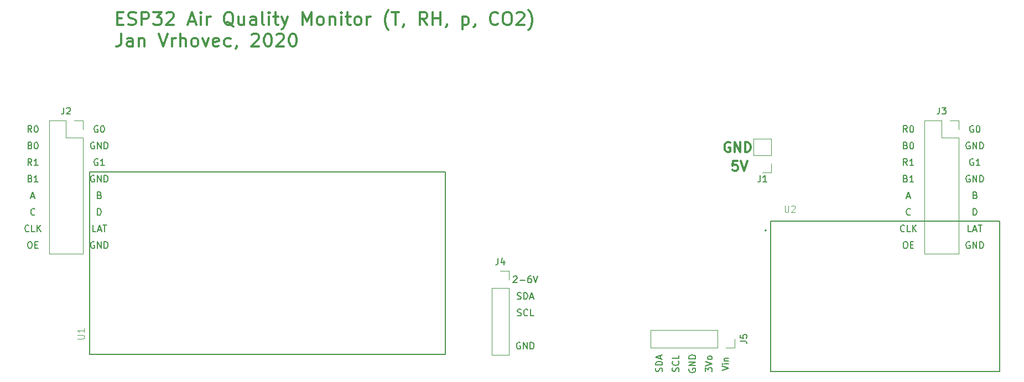
<source format=gbr>
G04 #@! TF.GenerationSoftware,KiCad,Pcbnew,5.1.9*
G04 #@! TF.CreationDate,2020-12-27T16:17:09+01:00*
G04 #@! TF.ProjectId,esp32_air_monitor,65737033-325f-4616-9972-5f6d6f6e6974,0.1*
G04 #@! TF.SameCoordinates,Original*
G04 #@! TF.FileFunction,Legend,Top*
G04 #@! TF.FilePolarity,Positive*
%FSLAX46Y46*%
G04 Gerber Fmt 4.6, Leading zero omitted, Abs format (unit mm)*
G04 Created by KiCad (PCBNEW 5.1.9) date 2020-12-27 16:17:09*
%MOMM*%
%LPD*%
G01*
G04 APERTURE LIST*
%ADD10C,0.300000*%
%ADD11C,0.127000*%
%ADD12C,0.200000*%
%ADD13C,0.120000*%
%ADD14C,0.015000*%
%ADD15C,0.150000*%
G04 APERTURE END LIST*
D10*
X85171190Y-76407142D02*
X85837857Y-76407142D01*
X86123571Y-77454761D02*
X85171190Y-77454761D01*
X85171190Y-75454761D01*
X86123571Y-75454761D01*
X86885476Y-77359523D02*
X87171190Y-77454761D01*
X87647380Y-77454761D01*
X87837857Y-77359523D01*
X87933095Y-77264285D01*
X88028333Y-77073809D01*
X88028333Y-76883333D01*
X87933095Y-76692857D01*
X87837857Y-76597619D01*
X87647380Y-76502380D01*
X87266428Y-76407142D01*
X87075952Y-76311904D01*
X86980714Y-76216666D01*
X86885476Y-76026190D01*
X86885476Y-75835714D01*
X86980714Y-75645238D01*
X87075952Y-75550000D01*
X87266428Y-75454761D01*
X87742619Y-75454761D01*
X88028333Y-75550000D01*
X88885476Y-77454761D02*
X88885476Y-75454761D01*
X89647380Y-75454761D01*
X89837857Y-75550000D01*
X89933095Y-75645238D01*
X90028333Y-75835714D01*
X90028333Y-76121428D01*
X89933095Y-76311904D01*
X89837857Y-76407142D01*
X89647380Y-76502380D01*
X88885476Y-76502380D01*
X90695000Y-75454761D02*
X91933095Y-75454761D01*
X91266428Y-76216666D01*
X91552142Y-76216666D01*
X91742619Y-76311904D01*
X91837857Y-76407142D01*
X91933095Y-76597619D01*
X91933095Y-77073809D01*
X91837857Y-77264285D01*
X91742619Y-77359523D01*
X91552142Y-77454761D01*
X90980714Y-77454761D01*
X90790238Y-77359523D01*
X90695000Y-77264285D01*
X92695000Y-75645238D02*
X92790238Y-75550000D01*
X92980714Y-75454761D01*
X93456904Y-75454761D01*
X93647380Y-75550000D01*
X93742619Y-75645238D01*
X93837857Y-75835714D01*
X93837857Y-76026190D01*
X93742619Y-76311904D01*
X92599761Y-77454761D01*
X93837857Y-77454761D01*
X96123571Y-76883333D02*
X97075952Y-76883333D01*
X95933095Y-77454761D02*
X96599761Y-75454761D01*
X97266428Y-77454761D01*
X97933095Y-77454761D02*
X97933095Y-76121428D01*
X97933095Y-75454761D02*
X97837857Y-75550000D01*
X97933095Y-75645238D01*
X98028333Y-75550000D01*
X97933095Y-75454761D01*
X97933095Y-75645238D01*
X98885476Y-77454761D02*
X98885476Y-76121428D01*
X98885476Y-76502380D02*
X98980714Y-76311904D01*
X99075952Y-76216666D01*
X99266428Y-76121428D01*
X99456904Y-76121428D01*
X102980714Y-77645238D02*
X102790238Y-77550000D01*
X102599761Y-77359523D01*
X102314047Y-77073809D01*
X102123571Y-76978571D01*
X101933095Y-76978571D01*
X102028333Y-77454761D02*
X101837857Y-77359523D01*
X101647380Y-77169047D01*
X101552142Y-76788095D01*
X101552142Y-76121428D01*
X101647380Y-75740476D01*
X101837857Y-75550000D01*
X102028333Y-75454761D01*
X102409285Y-75454761D01*
X102599761Y-75550000D01*
X102790238Y-75740476D01*
X102885476Y-76121428D01*
X102885476Y-76788095D01*
X102790238Y-77169047D01*
X102599761Y-77359523D01*
X102409285Y-77454761D01*
X102028333Y-77454761D01*
X104599761Y-76121428D02*
X104599761Y-77454761D01*
X103742619Y-76121428D02*
X103742619Y-77169047D01*
X103837857Y-77359523D01*
X104028333Y-77454761D01*
X104314047Y-77454761D01*
X104504523Y-77359523D01*
X104599761Y-77264285D01*
X106409285Y-77454761D02*
X106409285Y-76407142D01*
X106314047Y-76216666D01*
X106123571Y-76121428D01*
X105742619Y-76121428D01*
X105552142Y-76216666D01*
X106409285Y-77359523D02*
X106218809Y-77454761D01*
X105742619Y-77454761D01*
X105552142Y-77359523D01*
X105456904Y-77169047D01*
X105456904Y-76978571D01*
X105552142Y-76788095D01*
X105742619Y-76692857D01*
X106218809Y-76692857D01*
X106409285Y-76597619D01*
X107647380Y-77454761D02*
X107456904Y-77359523D01*
X107361666Y-77169047D01*
X107361666Y-75454761D01*
X108409285Y-77454761D02*
X108409285Y-76121428D01*
X108409285Y-75454761D02*
X108314047Y-75550000D01*
X108409285Y-75645238D01*
X108504523Y-75550000D01*
X108409285Y-75454761D01*
X108409285Y-75645238D01*
X109075952Y-76121428D02*
X109837857Y-76121428D01*
X109361666Y-75454761D02*
X109361666Y-77169047D01*
X109456904Y-77359523D01*
X109647380Y-77454761D01*
X109837857Y-77454761D01*
X110314047Y-76121428D02*
X110790238Y-77454761D01*
X111266428Y-76121428D02*
X110790238Y-77454761D01*
X110599761Y-77930952D01*
X110504523Y-78026190D01*
X110314047Y-78121428D01*
X113552142Y-77454761D02*
X113552142Y-75454761D01*
X114218809Y-76883333D01*
X114885476Y-75454761D01*
X114885476Y-77454761D01*
X116123571Y-77454761D02*
X115933095Y-77359523D01*
X115837857Y-77264285D01*
X115742619Y-77073809D01*
X115742619Y-76502380D01*
X115837857Y-76311904D01*
X115933095Y-76216666D01*
X116123571Y-76121428D01*
X116409285Y-76121428D01*
X116599761Y-76216666D01*
X116695000Y-76311904D01*
X116790238Y-76502380D01*
X116790238Y-77073809D01*
X116695000Y-77264285D01*
X116599761Y-77359523D01*
X116409285Y-77454761D01*
X116123571Y-77454761D01*
X117647380Y-76121428D02*
X117647380Y-77454761D01*
X117647380Y-76311904D02*
X117742619Y-76216666D01*
X117933095Y-76121428D01*
X118218809Y-76121428D01*
X118409285Y-76216666D01*
X118504523Y-76407142D01*
X118504523Y-77454761D01*
X119456904Y-77454761D02*
X119456904Y-76121428D01*
X119456904Y-75454761D02*
X119361666Y-75550000D01*
X119456904Y-75645238D01*
X119552142Y-75550000D01*
X119456904Y-75454761D01*
X119456904Y-75645238D01*
X120123571Y-76121428D02*
X120885476Y-76121428D01*
X120409285Y-75454761D02*
X120409285Y-77169047D01*
X120504523Y-77359523D01*
X120695000Y-77454761D01*
X120885476Y-77454761D01*
X121837857Y-77454761D02*
X121647380Y-77359523D01*
X121552142Y-77264285D01*
X121456904Y-77073809D01*
X121456904Y-76502380D01*
X121552142Y-76311904D01*
X121647380Y-76216666D01*
X121837857Y-76121428D01*
X122123571Y-76121428D01*
X122314047Y-76216666D01*
X122409285Y-76311904D01*
X122504523Y-76502380D01*
X122504523Y-77073809D01*
X122409285Y-77264285D01*
X122314047Y-77359523D01*
X122123571Y-77454761D01*
X121837857Y-77454761D01*
X123361666Y-77454761D02*
X123361666Y-76121428D01*
X123361666Y-76502380D02*
X123456904Y-76311904D01*
X123552142Y-76216666D01*
X123742619Y-76121428D01*
X123933095Y-76121428D01*
X126695000Y-78216666D02*
X126599761Y-78121428D01*
X126409285Y-77835714D01*
X126314047Y-77645238D01*
X126218809Y-77359523D01*
X126123571Y-76883333D01*
X126123571Y-76502380D01*
X126218809Y-76026190D01*
X126314047Y-75740476D01*
X126409285Y-75550000D01*
X126599761Y-75264285D01*
X126695000Y-75169047D01*
X127171190Y-75454761D02*
X128314047Y-75454761D01*
X127742619Y-77454761D02*
X127742619Y-75454761D01*
X129075952Y-77359523D02*
X129075952Y-77454761D01*
X128980714Y-77645238D01*
X128885476Y-77740476D01*
X132599761Y-77454761D02*
X131933095Y-76502380D01*
X131456904Y-77454761D02*
X131456904Y-75454761D01*
X132218809Y-75454761D01*
X132409285Y-75550000D01*
X132504523Y-75645238D01*
X132599761Y-75835714D01*
X132599761Y-76121428D01*
X132504523Y-76311904D01*
X132409285Y-76407142D01*
X132218809Y-76502380D01*
X131456904Y-76502380D01*
X133456904Y-77454761D02*
X133456904Y-75454761D01*
X133456904Y-76407142D02*
X134599761Y-76407142D01*
X134599761Y-77454761D02*
X134599761Y-75454761D01*
X135647380Y-77359523D02*
X135647380Y-77454761D01*
X135552142Y-77645238D01*
X135456904Y-77740476D01*
X138028333Y-76121428D02*
X138028333Y-78121428D01*
X138028333Y-76216666D02*
X138218809Y-76121428D01*
X138599761Y-76121428D01*
X138790238Y-76216666D01*
X138885476Y-76311904D01*
X138980714Y-76502380D01*
X138980714Y-77073809D01*
X138885476Y-77264285D01*
X138790238Y-77359523D01*
X138599761Y-77454761D01*
X138218809Y-77454761D01*
X138028333Y-77359523D01*
X139933095Y-77359523D02*
X139933095Y-77454761D01*
X139837857Y-77645238D01*
X139742619Y-77740476D01*
X143456904Y-77264285D02*
X143361666Y-77359523D01*
X143075952Y-77454761D01*
X142885476Y-77454761D01*
X142599761Y-77359523D01*
X142409285Y-77169047D01*
X142314047Y-76978571D01*
X142218809Y-76597619D01*
X142218809Y-76311904D01*
X142314047Y-75930952D01*
X142409285Y-75740476D01*
X142599761Y-75550000D01*
X142885476Y-75454761D01*
X143075952Y-75454761D01*
X143361666Y-75550000D01*
X143456904Y-75645238D01*
X144695000Y-75454761D02*
X145075952Y-75454761D01*
X145266428Y-75550000D01*
X145456904Y-75740476D01*
X145552142Y-76121428D01*
X145552142Y-76788095D01*
X145456904Y-77169047D01*
X145266428Y-77359523D01*
X145075952Y-77454761D01*
X144695000Y-77454761D01*
X144504523Y-77359523D01*
X144314047Y-77169047D01*
X144218809Y-76788095D01*
X144218809Y-76121428D01*
X144314047Y-75740476D01*
X144504523Y-75550000D01*
X144695000Y-75454761D01*
X146314047Y-75645238D02*
X146409285Y-75550000D01*
X146599761Y-75454761D01*
X147075952Y-75454761D01*
X147266428Y-75550000D01*
X147361666Y-75645238D01*
X147456904Y-75835714D01*
X147456904Y-76026190D01*
X147361666Y-76311904D01*
X146218809Y-77454761D01*
X147456904Y-77454761D01*
X148123571Y-78216666D02*
X148218809Y-78121428D01*
X148409285Y-77835714D01*
X148504523Y-77645238D01*
X148599761Y-77359523D01*
X148695000Y-76883333D01*
X148695000Y-76502380D01*
X148599761Y-76026190D01*
X148504523Y-75740476D01*
X148409285Y-75550000D01*
X148218809Y-75264285D01*
X148123571Y-75169047D01*
X85742619Y-78754761D02*
X85742619Y-80183333D01*
X85647380Y-80469047D01*
X85456904Y-80659523D01*
X85171190Y-80754761D01*
X84980714Y-80754761D01*
X87552142Y-80754761D02*
X87552142Y-79707142D01*
X87456904Y-79516666D01*
X87266428Y-79421428D01*
X86885476Y-79421428D01*
X86695000Y-79516666D01*
X87552142Y-80659523D02*
X87361666Y-80754761D01*
X86885476Y-80754761D01*
X86695000Y-80659523D01*
X86599761Y-80469047D01*
X86599761Y-80278571D01*
X86695000Y-80088095D01*
X86885476Y-79992857D01*
X87361666Y-79992857D01*
X87552142Y-79897619D01*
X88504523Y-79421428D02*
X88504523Y-80754761D01*
X88504523Y-79611904D02*
X88599761Y-79516666D01*
X88790238Y-79421428D01*
X89075952Y-79421428D01*
X89266428Y-79516666D01*
X89361666Y-79707142D01*
X89361666Y-80754761D01*
X91552142Y-78754761D02*
X92218809Y-80754761D01*
X92885476Y-78754761D01*
X93552142Y-80754761D02*
X93552142Y-79421428D01*
X93552142Y-79802380D02*
X93647380Y-79611904D01*
X93742619Y-79516666D01*
X93933095Y-79421428D01*
X94123571Y-79421428D01*
X94790238Y-80754761D02*
X94790238Y-78754761D01*
X95647380Y-80754761D02*
X95647380Y-79707142D01*
X95552142Y-79516666D01*
X95361666Y-79421428D01*
X95075952Y-79421428D01*
X94885476Y-79516666D01*
X94790238Y-79611904D01*
X96885476Y-80754761D02*
X96695000Y-80659523D01*
X96599761Y-80564285D01*
X96504523Y-80373809D01*
X96504523Y-79802380D01*
X96599761Y-79611904D01*
X96695000Y-79516666D01*
X96885476Y-79421428D01*
X97171190Y-79421428D01*
X97361666Y-79516666D01*
X97456904Y-79611904D01*
X97552142Y-79802380D01*
X97552142Y-80373809D01*
X97456904Y-80564285D01*
X97361666Y-80659523D01*
X97171190Y-80754761D01*
X96885476Y-80754761D01*
X98218809Y-79421428D02*
X98695000Y-80754761D01*
X99171190Y-79421428D01*
X100695000Y-80659523D02*
X100504523Y-80754761D01*
X100123571Y-80754761D01*
X99933095Y-80659523D01*
X99837857Y-80469047D01*
X99837857Y-79707142D01*
X99933095Y-79516666D01*
X100123571Y-79421428D01*
X100504523Y-79421428D01*
X100695000Y-79516666D01*
X100790238Y-79707142D01*
X100790238Y-79897619D01*
X99837857Y-80088095D01*
X102504523Y-80659523D02*
X102314047Y-80754761D01*
X101933095Y-80754761D01*
X101742619Y-80659523D01*
X101647380Y-80564285D01*
X101552142Y-80373809D01*
X101552142Y-79802380D01*
X101647380Y-79611904D01*
X101742619Y-79516666D01*
X101933095Y-79421428D01*
X102314047Y-79421428D01*
X102504523Y-79516666D01*
X103456904Y-80659523D02*
X103456904Y-80754761D01*
X103361666Y-80945238D01*
X103266428Y-81040476D01*
X105742619Y-78945238D02*
X105837857Y-78850000D01*
X106028333Y-78754761D01*
X106504523Y-78754761D01*
X106695000Y-78850000D01*
X106790238Y-78945238D01*
X106885476Y-79135714D01*
X106885476Y-79326190D01*
X106790238Y-79611904D01*
X105647380Y-80754761D01*
X106885476Y-80754761D01*
X108123571Y-78754761D02*
X108314047Y-78754761D01*
X108504523Y-78850000D01*
X108599761Y-78945238D01*
X108695000Y-79135714D01*
X108790238Y-79516666D01*
X108790238Y-79992857D01*
X108695000Y-80373809D01*
X108599761Y-80564285D01*
X108504523Y-80659523D01*
X108314047Y-80754761D01*
X108123571Y-80754761D01*
X107933095Y-80659523D01*
X107837857Y-80564285D01*
X107742619Y-80373809D01*
X107647380Y-79992857D01*
X107647380Y-79516666D01*
X107742619Y-79135714D01*
X107837857Y-78945238D01*
X107933095Y-78850000D01*
X108123571Y-78754761D01*
X109552142Y-78945238D02*
X109647380Y-78850000D01*
X109837857Y-78754761D01*
X110314047Y-78754761D01*
X110504523Y-78850000D01*
X110599761Y-78945238D01*
X110695000Y-79135714D01*
X110695000Y-79326190D01*
X110599761Y-79611904D01*
X109456904Y-80754761D01*
X110695000Y-80754761D01*
X111933095Y-78754761D02*
X112123571Y-78754761D01*
X112314047Y-78850000D01*
X112409285Y-78945238D01*
X112504523Y-79135714D01*
X112599761Y-79516666D01*
X112599761Y-79992857D01*
X112504523Y-80373809D01*
X112409285Y-80564285D01*
X112314047Y-80659523D01*
X112123571Y-80754761D01*
X111933095Y-80754761D01*
X111742619Y-80659523D01*
X111647380Y-80564285D01*
X111552142Y-80373809D01*
X111456904Y-79992857D01*
X111456904Y-79516666D01*
X111552142Y-79135714D01*
X111647380Y-78945238D01*
X111742619Y-78850000D01*
X111933095Y-78754761D01*
X178957142Y-95450000D02*
X178814285Y-95378571D01*
X178600000Y-95378571D01*
X178385714Y-95450000D01*
X178242857Y-95592857D01*
X178171428Y-95735714D01*
X178100000Y-96021428D01*
X178100000Y-96235714D01*
X178171428Y-96521428D01*
X178242857Y-96664285D01*
X178385714Y-96807142D01*
X178600000Y-96878571D01*
X178742857Y-96878571D01*
X178957142Y-96807142D01*
X179028571Y-96735714D01*
X179028571Y-96235714D01*
X178742857Y-96235714D01*
X179671428Y-96878571D02*
X179671428Y-95378571D01*
X180528571Y-96878571D01*
X180528571Y-95378571D01*
X181242857Y-96878571D02*
X181242857Y-95378571D01*
X181600000Y-95378571D01*
X181814285Y-95450000D01*
X181957142Y-95592857D01*
X182028571Y-95735714D01*
X182100000Y-96021428D01*
X182100000Y-96235714D01*
X182028571Y-96521428D01*
X181957142Y-96664285D01*
X181814285Y-96807142D01*
X181600000Y-96878571D01*
X181242857Y-96878571D01*
X180114285Y-98278571D02*
X179400000Y-98278571D01*
X179328571Y-98992857D01*
X179400000Y-98921428D01*
X179542857Y-98850000D01*
X179900000Y-98850000D01*
X180042857Y-98921428D01*
X180114285Y-98992857D01*
X180185714Y-99135714D01*
X180185714Y-99492857D01*
X180114285Y-99635714D01*
X180042857Y-99707142D01*
X179900000Y-99778571D01*
X179542857Y-99778571D01*
X179400000Y-99707142D01*
X179328571Y-99635714D01*
X180614285Y-98278571D02*
X181114285Y-99778571D01*
X181614285Y-98278571D01*
D11*
X135350000Y-127850000D02*
X80950000Y-127850000D01*
X80950000Y-127850000D02*
X80950000Y-99950000D01*
X80950000Y-99950000D02*
X135350000Y-99950000D01*
X135350000Y-99950000D02*
X135350000Y-127850000D01*
X185200000Y-107500000D02*
X220200000Y-107500000D01*
X220200000Y-107500000D02*
X220200000Y-130500000D01*
X185200000Y-130500000D02*
X185200000Y-107500000D01*
X220200000Y-130500000D02*
X185200000Y-130500000D01*
D12*
X184500000Y-108900000D02*
G75*
G03*
X184500000Y-108900000I-100000J0D01*
G01*
D13*
X78600000Y-92070000D02*
X79930000Y-92070000D01*
X79930000Y-92070000D02*
X79930000Y-93400000D01*
X77330000Y-92070000D02*
X77330000Y-94670000D01*
X77330000Y-94670000D02*
X79930000Y-94670000D01*
X79930000Y-94670000D02*
X79930000Y-112510000D01*
X74730000Y-112510000D02*
X79930000Y-112510000D01*
X74730000Y-92070000D02*
X74730000Y-112510000D01*
X74730000Y-92070000D02*
X77330000Y-92070000D01*
X212600000Y-92070000D02*
X213930000Y-92070000D01*
X213930000Y-92070000D02*
X213930000Y-93400000D01*
X211330000Y-92070000D02*
X211330000Y-94670000D01*
X211330000Y-94670000D02*
X213930000Y-94670000D01*
X213930000Y-94670000D02*
X213930000Y-112510000D01*
X208730000Y-112510000D02*
X213930000Y-112510000D01*
X208730000Y-92070000D02*
X208730000Y-112510000D01*
X208730000Y-92070000D02*
X211330000Y-92070000D01*
X177030000Y-124170000D02*
X177030000Y-126830000D01*
X177030000Y-124170000D02*
X166810000Y-124170000D01*
X166810000Y-124170000D02*
X166810000Y-126830000D01*
X177030000Y-126830000D02*
X166810000Y-126830000D01*
X179630000Y-126830000D02*
X178300000Y-126830000D01*
X179630000Y-125500000D02*
X179630000Y-126830000D01*
X142470000Y-117710000D02*
X145130000Y-117710000D01*
X142470000Y-117710000D02*
X142470000Y-127930000D01*
X142470000Y-127930000D02*
X145130000Y-127930000D01*
X145130000Y-117710000D02*
X145130000Y-127930000D01*
X145130000Y-115110000D02*
X145130000Y-116440000D01*
X143800000Y-115110000D02*
X145130000Y-115110000D01*
X185230000Y-100030000D02*
X183900000Y-100030000D01*
X185230000Y-98700000D02*
X185230000Y-100030000D01*
X185230000Y-97430000D02*
X182570000Y-97430000D01*
X182570000Y-97430000D02*
X182570000Y-94830000D01*
X185230000Y-97430000D02*
X185230000Y-94830000D01*
X185230000Y-94830000D02*
X182570000Y-94830000D01*
D14*
X79106124Y-125491373D02*
X79915960Y-125491373D01*
X80011235Y-125443736D01*
X80058873Y-125396099D01*
X80106510Y-125300824D01*
X80106510Y-125110274D01*
X80058873Y-125014999D01*
X80011235Y-124967362D01*
X79915960Y-124919724D01*
X79106124Y-124919724D01*
X80106510Y-123919338D02*
X80106510Y-124490987D01*
X80106510Y-124205163D02*
X79106124Y-124205163D01*
X79249036Y-124300438D01*
X79344311Y-124395713D01*
X79391949Y-124490987D01*
X187333095Y-105117380D02*
X187333095Y-105926904D01*
X187380714Y-106022142D01*
X187428333Y-106069761D01*
X187523571Y-106117380D01*
X187714047Y-106117380D01*
X187809285Y-106069761D01*
X187856904Y-106022142D01*
X187904523Y-105926904D01*
X187904523Y-105117380D01*
X188333095Y-105212619D02*
X188380714Y-105165000D01*
X188475952Y-105117380D01*
X188714047Y-105117380D01*
X188809285Y-105165000D01*
X188856904Y-105212619D01*
X188904523Y-105307857D01*
X188904523Y-105403095D01*
X188856904Y-105545952D01*
X188285476Y-106117380D01*
X188904523Y-106117380D01*
D15*
X76996666Y-90082380D02*
X76996666Y-90796666D01*
X76949047Y-90939523D01*
X76853809Y-91034761D01*
X76710952Y-91082380D01*
X76615714Y-91082380D01*
X77425238Y-90177619D02*
X77472857Y-90130000D01*
X77568095Y-90082380D01*
X77806190Y-90082380D01*
X77901428Y-90130000D01*
X77949047Y-90177619D01*
X77996666Y-90272857D01*
X77996666Y-90368095D01*
X77949047Y-90510952D01*
X77377619Y-91082380D01*
X77996666Y-91082380D01*
X82195714Y-92900000D02*
X82100476Y-92852380D01*
X81957619Y-92852380D01*
X81814761Y-92900000D01*
X81719523Y-92995238D01*
X81671904Y-93090476D01*
X81624285Y-93280952D01*
X81624285Y-93423809D01*
X81671904Y-93614285D01*
X81719523Y-93709523D01*
X81814761Y-93804761D01*
X81957619Y-93852380D01*
X82052857Y-93852380D01*
X82195714Y-93804761D01*
X82243333Y-93757142D01*
X82243333Y-93423809D01*
X82052857Y-93423809D01*
X82862380Y-92852380D02*
X82957619Y-92852380D01*
X83052857Y-92900000D01*
X83100476Y-92947619D01*
X83148095Y-93042857D01*
X83195714Y-93233333D01*
X83195714Y-93471428D01*
X83148095Y-93661904D01*
X83100476Y-93757142D01*
X83052857Y-93804761D01*
X82957619Y-93852380D01*
X82862380Y-93852380D01*
X82767142Y-93804761D01*
X82719523Y-93757142D01*
X82671904Y-93661904D01*
X82624285Y-93471428D01*
X82624285Y-93233333D01*
X82671904Y-93042857D01*
X82719523Y-92947619D01*
X82767142Y-92900000D01*
X82862380Y-92852380D01*
X81648095Y-95440000D02*
X81552857Y-95392380D01*
X81410000Y-95392380D01*
X81267142Y-95440000D01*
X81171904Y-95535238D01*
X81124285Y-95630476D01*
X81076666Y-95820952D01*
X81076666Y-95963809D01*
X81124285Y-96154285D01*
X81171904Y-96249523D01*
X81267142Y-96344761D01*
X81410000Y-96392380D01*
X81505238Y-96392380D01*
X81648095Y-96344761D01*
X81695714Y-96297142D01*
X81695714Y-95963809D01*
X81505238Y-95963809D01*
X82124285Y-96392380D02*
X82124285Y-95392380D01*
X82695714Y-96392380D01*
X82695714Y-95392380D01*
X83171904Y-96392380D02*
X83171904Y-95392380D01*
X83410000Y-95392380D01*
X83552857Y-95440000D01*
X83648095Y-95535238D01*
X83695714Y-95630476D01*
X83743333Y-95820952D01*
X83743333Y-95963809D01*
X83695714Y-96154285D01*
X83648095Y-96249523D01*
X83552857Y-96344761D01*
X83410000Y-96392380D01*
X83171904Y-96392380D01*
X82195714Y-97980000D02*
X82100476Y-97932380D01*
X81957619Y-97932380D01*
X81814761Y-97980000D01*
X81719523Y-98075238D01*
X81671904Y-98170476D01*
X81624285Y-98360952D01*
X81624285Y-98503809D01*
X81671904Y-98694285D01*
X81719523Y-98789523D01*
X81814761Y-98884761D01*
X81957619Y-98932380D01*
X82052857Y-98932380D01*
X82195714Y-98884761D01*
X82243333Y-98837142D01*
X82243333Y-98503809D01*
X82052857Y-98503809D01*
X83195714Y-98932380D02*
X82624285Y-98932380D01*
X82910000Y-98932380D02*
X82910000Y-97932380D01*
X82814761Y-98075238D01*
X82719523Y-98170476D01*
X82624285Y-98218095D01*
X81648095Y-100520000D02*
X81552857Y-100472380D01*
X81410000Y-100472380D01*
X81267142Y-100520000D01*
X81171904Y-100615238D01*
X81124285Y-100710476D01*
X81076666Y-100900952D01*
X81076666Y-101043809D01*
X81124285Y-101234285D01*
X81171904Y-101329523D01*
X81267142Y-101424761D01*
X81410000Y-101472380D01*
X81505238Y-101472380D01*
X81648095Y-101424761D01*
X81695714Y-101377142D01*
X81695714Y-101043809D01*
X81505238Y-101043809D01*
X82124285Y-101472380D02*
X82124285Y-100472380D01*
X82695714Y-101472380D01*
X82695714Y-100472380D01*
X83171904Y-101472380D02*
X83171904Y-100472380D01*
X83410000Y-100472380D01*
X83552857Y-100520000D01*
X83648095Y-100615238D01*
X83695714Y-100710476D01*
X83743333Y-100900952D01*
X83743333Y-101043809D01*
X83695714Y-101234285D01*
X83648095Y-101329523D01*
X83552857Y-101424761D01*
X83410000Y-101472380D01*
X83171904Y-101472380D01*
X82481428Y-103488571D02*
X82624285Y-103536190D01*
X82671904Y-103583809D01*
X82719523Y-103679047D01*
X82719523Y-103821904D01*
X82671904Y-103917142D01*
X82624285Y-103964761D01*
X82529047Y-104012380D01*
X82148095Y-104012380D01*
X82148095Y-103012380D01*
X82481428Y-103012380D01*
X82576666Y-103060000D01*
X82624285Y-103107619D01*
X82671904Y-103202857D01*
X82671904Y-103298095D01*
X82624285Y-103393333D01*
X82576666Y-103440952D01*
X82481428Y-103488571D01*
X82148095Y-103488571D01*
X82148095Y-106552380D02*
X82148095Y-105552380D01*
X82386190Y-105552380D01*
X82529047Y-105600000D01*
X82624285Y-105695238D01*
X82671904Y-105790476D01*
X82719523Y-105980952D01*
X82719523Y-106123809D01*
X82671904Y-106314285D01*
X82624285Y-106409523D01*
X82529047Y-106504761D01*
X82386190Y-106552380D01*
X82148095Y-106552380D01*
X81910000Y-109092380D02*
X81433809Y-109092380D01*
X81433809Y-108092380D01*
X82195714Y-108806666D02*
X82671904Y-108806666D01*
X82100476Y-109092380D02*
X82433809Y-108092380D01*
X82767142Y-109092380D01*
X82957619Y-108092380D02*
X83529047Y-108092380D01*
X83243333Y-109092380D02*
X83243333Y-108092380D01*
X81648095Y-110680000D02*
X81552857Y-110632380D01*
X81410000Y-110632380D01*
X81267142Y-110680000D01*
X81171904Y-110775238D01*
X81124285Y-110870476D01*
X81076666Y-111060952D01*
X81076666Y-111203809D01*
X81124285Y-111394285D01*
X81171904Y-111489523D01*
X81267142Y-111584761D01*
X81410000Y-111632380D01*
X81505238Y-111632380D01*
X81648095Y-111584761D01*
X81695714Y-111537142D01*
X81695714Y-111203809D01*
X81505238Y-111203809D01*
X82124285Y-111632380D02*
X82124285Y-110632380D01*
X82695714Y-111632380D01*
X82695714Y-110632380D01*
X83171904Y-111632380D02*
X83171904Y-110632380D01*
X83410000Y-110632380D01*
X83552857Y-110680000D01*
X83648095Y-110775238D01*
X83695714Y-110870476D01*
X83743333Y-111060952D01*
X83743333Y-111203809D01*
X83695714Y-111394285D01*
X83648095Y-111489523D01*
X83552857Y-111584761D01*
X83410000Y-111632380D01*
X83171904Y-111632380D01*
X71702380Y-110632380D02*
X71892857Y-110632380D01*
X71988095Y-110680000D01*
X72083333Y-110775238D01*
X72130952Y-110965714D01*
X72130952Y-111299047D01*
X72083333Y-111489523D01*
X71988095Y-111584761D01*
X71892857Y-111632380D01*
X71702380Y-111632380D01*
X71607142Y-111584761D01*
X71511904Y-111489523D01*
X71464285Y-111299047D01*
X71464285Y-110965714D01*
X71511904Y-110775238D01*
X71607142Y-110680000D01*
X71702380Y-110632380D01*
X72559523Y-111108571D02*
X72892857Y-111108571D01*
X73035714Y-111632380D02*
X72559523Y-111632380D01*
X72559523Y-110632380D01*
X73035714Y-110632380D01*
X71654761Y-108997142D02*
X71607142Y-109044761D01*
X71464285Y-109092380D01*
X71369047Y-109092380D01*
X71226190Y-109044761D01*
X71130952Y-108949523D01*
X71083333Y-108854285D01*
X71035714Y-108663809D01*
X71035714Y-108520952D01*
X71083333Y-108330476D01*
X71130952Y-108235238D01*
X71226190Y-108140000D01*
X71369047Y-108092380D01*
X71464285Y-108092380D01*
X71607142Y-108140000D01*
X71654761Y-108187619D01*
X72559523Y-109092380D02*
X72083333Y-109092380D01*
X72083333Y-108092380D01*
X72892857Y-109092380D02*
X72892857Y-108092380D01*
X73464285Y-109092380D02*
X73035714Y-108520952D01*
X73464285Y-108092380D02*
X72892857Y-108663809D01*
X72559523Y-106457142D02*
X72511904Y-106504761D01*
X72369047Y-106552380D01*
X72273809Y-106552380D01*
X72130952Y-106504761D01*
X72035714Y-106409523D01*
X71988095Y-106314285D01*
X71940476Y-106123809D01*
X71940476Y-105980952D01*
X71988095Y-105790476D01*
X72035714Y-105695238D01*
X72130952Y-105600000D01*
X72273809Y-105552380D01*
X72369047Y-105552380D01*
X72511904Y-105600000D01*
X72559523Y-105647619D01*
X72011904Y-103726666D02*
X72488095Y-103726666D01*
X71916666Y-104012380D02*
X72250000Y-103012380D01*
X72583333Y-104012380D01*
X71845238Y-100948571D02*
X71988095Y-100996190D01*
X72035714Y-101043809D01*
X72083333Y-101139047D01*
X72083333Y-101281904D01*
X72035714Y-101377142D01*
X71988095Y-101424761D01*
X71892857Y-101472380D01*
X71511904Y-101472380D01*
X71511904Y-100472380D01*
X71845238Y-100472380D01*
X71940476Y-100520000D01*
X71988095Y-100567619D01*
X72035714Y-100662857D01*
X72035714Y-100758095D01*
X71988095Y-100853333D01*
X71940476Y-100900952D01*
X71845238Y-100948571D01*
X71511904Y-100948571D01*
X73035714Y-101472380D02*
X72464285Y-101472380D01*
X72750000Y-101472380D02*
X72750000Y-100472380D01*
X72654761Y-100615238D01*
X72559523Y-100710476D01*
X72464285Y-100758095D01*
X72083333Y-98932380D02*
X71750000Y-98456190D01*
X71511904Y-98932380D02*
X71511904Y-97932380D01*
X71892857Y-97932380D01*
X71988095Y-97980000D01*
X72035714Y-98027619D01*
X72083333Y-98122857D01*
X72083333Y-98265714D01*
X72035714Y-98360952D01*
X71988095Y-98408571D01*
X71892857Y-98456190D01*
X71511904Y-98456190D01*
X73035714Y-98932380D02*
X72464285Y-98932380D01*
X72750000Y-98932380D02*
X72750000Y-97932380D01*
X72654761Y-98075238D01*
X72559523Y-98170476D01*
X72464285Y-98218095D01*
X71845238Y-95868571D02*
X71988095Y-95916190D01*
X72035714Y-95963809D01*
X72083333Y-96059047D01*
X72083333Y-96201904D01*
X72035714Y-96297142D01*
X71988095Y-96344761D01*
X71892857Y-96392380D01*
X71511904Y-96392380D01*
X71511904Y-95392380D01*
X71845238Y-95392380D01*
X71940476Y-95440000D01*
X71988095Y-95487619D01*
X72035714Y-95582857D01*
X72035714Y-95678095D01*
X71988095Y-95773333D01*
X71940476Y-95820952D01*
X71845238Y-95868571D01*
X71511904Y-95868571D01*
X72702380Y-95392380D02*
X72797619Y-95392380D01*
X72892857Y-95440000D01*
X72940476Y-95487619D01*
X72988095Y-95582857D01*
X73035714Y-95773333D01*
X73035714Y-96011428D01*
X72988095Y-96201904D01*
X72940476Y-96297142D01*
X72892857Y-96344761D01*
X72797619Y-96392380D01*
X72702380Y-96392380D01*
X72607142Y-96344761D01*
X72559523Y-96297142D01*
X72511904Y-96201904D01*
X72464285Y-96011428D01*
X72464285Y-95773333D01*
X72511904Y-95582857D01*
X72559523Y-95487619D01*
X72607142Y-95440000D01*
X72702380Y-95392380D01*
X72083333Y-93852380D02*
X71750000Y-93376190D01*
X71511904Y-93852380D02*
X71511904Y-92852380D01*
X71892857Y-92852380D01*
X71988095Y-92900000D01*
X72035714Y-92947619D01*
X72083333Y-93042857D01*
X72083333Y-93185714D01*
X72035714Y-93280952D01*
X71988095Y-93328571D01*
X71892857Y-93376190D01*
X71511904Y-93376190D01*
X72702380Y-92852380D02*
X72797619Y-92852380D01*
X72892857Y-92900000D01*
X72940476Y-92947619D01*
X72988095Y-93042857D01*
X73035714Y-93233333D01*
X73035714Y-93471428D01*
X72988095Y-93661904D01*
X72940476Y-93757142D01*
X72892857Y-93804761D01*
X72797619Y-93852380D01*
X72702380Y-93852380D01*
X72607142Y-93804761D01*
X72559523Y-93757142D01*
X72511904Y-93661904D01*
X72464285Y-93471428D01*
X72464285Y-93233333D01*
X72511904Y-93042857D01*
X72559523Y-92947619D01*
X72607142Y-92900000D01*
X72702380Y-92852380D01*
X210996666Y-90082380D02*
X210996666Y-90796666D01*
X210949047Y-90939523D01*
X210853809Y-91034761D01*
X210710952Y-91082380D01*
X210615714Y-91082380D01*
X211377619Y-90082380D02*
X211996666Y-90082380D01*
X211663333Y-90463333D01*
X211806190Y-90463333D01*
X211901428Y-90510952D01*
X211949047Y-90558571D01*
X211996666Y-90653809D01*
X211996666Y-90891904D01*
X211949047Y-90987142D01*
X211901428Y-91034761D01*
X211806190Y-91082380D01*
X211520476Y-91082380D01*
X211425238Y-91034761D01*
X211377619Y-90987142D01*
X216195714Y-92900000D02*
X216100476Y-92852380D01*
X215957619Y-92852380D01*
X215814761Y-92900000D01*
X215719523Y-92995238D01*
X215671904Y-93090476D01*
X215624285Y-93280952D01*
X215624285Y-93423809D01*
X215671904Y-93614285D01*
X215719523Y-93709523D01*
X215814761Y-93804761D01*
X215957619Y-93852380D01*
X216052857Y-93852380D01*
X216195714Y-93804761D01*
X216243333Y-93757142D01*
X216243333Y-93423809D01*
X216052857Y-93423809D01*
X216862380Y-92852380D02*
X216957619Y-92852380D01*
X217052857Y-92900000D01*
X217100476Y-92947619D01*
X217148095Y-93042857D01*
X217195714Y-93233333D01*
X217195714Y-93471428D01*
X217148095Y-93661904D01*
X217100476Y-93757142D01*
X217052857Y-93804761D01*
X216957619Y-93852380D01*
X216862380Y-93852380D01*
X216767142Y-93804761D01*
X216719523Y-93757142D01*
X216671904Y-93661904D01*
X216624285Y-93471428D01*
X216624285Y-93233333D01*
X216671904Y-93042857D01*
X216719523Y-92947619D01*
X216767142Y-92900000D01*
X216862380Y-92852380D01*
X215648095Y-95440000D02*
X215552857Y-95392380D01*
X215410000Y-95392380D01*
X215267142Y-95440000D01*
X215171904Y-95535238D01*
X215124285Y-95630476D01*
X215076666Y-95820952D01*
X215076666Y-95963809D01*
X215124285Y-96154285D01*
X215171904Y-96249523D01*
X215267142Y-96344761D01*
X215410000Y-96392380D01*
X215505238Y-96392380D01*
X215648095Y-96344761D01*
X215695714Y-96297142D01*
X215695714Y-95963809D01*
X215505238Y-95963809D01*
X216124285Y-96392380D02*
X216124285Y-95392380D01*
X216695714Y-96392380D01*
X216695714Y-95392380D01*
X217171904Y-96392380D02*
X217171904Y-95392380D01*
X217410000Y-95392380D01*
X217552857Y-95440000D01*
X217648095Y-95535238D01*
X217695714Y-95630476D01*
X217743333Y-95820952D01*
X217743333Y-95963809D01*
X217695714Y-96154285D01*
X217648095Y-96249523D01*
X217552857Y-96344761D01*
X217410000Y-96392380D01*
X217171904Y-96392380D01*
X216195714Y-97980000D02*
X216100476Y-97932380D01*
X215957619Y-97932380D01*
X215814761Y-97980000D01*
X215719523Y-98075238D01*
X215671904Y-98170476D01*
X215624285Y-98360952D01*
X215624285Y-98503809D01*
X215671904Y-98694285D01*
X215719523Y-98789523D01*
X215814761Y-98884761D01*
X215957619Y-98932380D01*
X216052857Y-98932380D01*
X216195714Y-98884761D01*
X216243333Y-98837142D01*
X216243333Y-98503809D01*
X216052857Y-98503809D01*
X217195714Y-98932380D02*
X216624285Y-98932380D01*
X216910000Y-98932380D02*
X216910000Y-97932380D01*
X216814761Y-98075238D01*
X216719523Y-98170476D01*
X216624285Y-98218095D01*
X215648095Y-100520000D02*
X215552857Y-100472380D01*
X215410000Y-100472380D01*
X215267142Y-100520000D01*
X215171904Y-100615238D01*
X215124285Y-100710476D01*
X215076666Y-100900952D01*
X215076666Y-101043809D01*
X215124285Y-101234285D01*
X215171904Y-101329523D01*
X215267142Y-101424761D01*
X215410000Y-101472380D01*
X215505238Y-101472380D01*
X215648095Y-101424761D01*
X215695714Y-101377142D01*
X215695714Y-101043809D01*
X215505238Y-101043809D01*
X216124285Y-101472380D02*
X216124285Y-100472380D01*
X216695714Y-101472380D01*
X216695714Y-100472380D01*
X217171904Y-101472380D02*
X217171904Y-100472380D01*
X217410000Y-100472380D01*
X217552857Y-100520000D01*
X217648095Y-100615238D01*
X217695714Y-100710476D01*
X217743333Y-100900952D01*
X217743333Y-101043809D01*
X217695714Y-101234285D01*
X217648095Y-101329523D01*
X217552857Y-101424761D01*
X217410000Y-101472380D01*
X217171904Y-101472380D01*
X216481428Y-103488571D02*
X216624285Y-103536190D01*
X216671904Y-103583809D01*
X216719523Y-103679047D01*
X216719523Y-103821904D01*
X216671904Y-103917142D01*
X216624285Y-103964761D01*
X216529047Y-104012380D01*
X216148095Y-104012380D01*
X216148095Y-103012380D01*
X216481428Y-103012380D01*
X216576666Y-103060000D01*
X216624285Y-103107619D01*
X216671904Y-103202857D01*
X216671904Y-103298095D01*
X216624285Y-103393333D01*
X216576666Y-103440952D01*
X216481428Y-103488571D01*
X216148095Y-103488571D01*
X216148095Y-106552380D02*
X216148095Y-105552380D01*
X216386190Y-105552380D01*
X216529047Y-105600000D01*
X216624285Y-105695238D01*
X216671904Y-105790476D01*
X216719523Y-105980952D01*
X216719523Y-106123809D01*
X216671904Y-106314285D01*
X216624285Y-106409523D01*
X216529047Y-106504761D01*
X216386190Y-106552380D01*
X216148095Y-106552380D01*
X215910000Y-109092380D02*
X215433809Y-109092380D01*
X215433809Y-108092380D01*
X216195714Y-108806666D02*
X216671904Y-108806666D01*
X216100476Y-109092380D02*
X216433809Y-108092380D01*
X216767142Y-109092380D01*
X216957619Y-108092380D02*
X217529047Y-108092380D01*
X217243333Y-109092380D02*
X217243333Y-108092380D01*
X215648095Y-110680000D02*
X215552857Y-110632380D01*
X215410000Y-110632380D01*
X215267142Y-110680000D01*
X215171904Y-110775238D01*
X215124285Y-110870476D01*
X215076666Y-111060952D01*
X215076666Y-111203809D01*
X215124285Y-111394285D01*
X215171904Y-111489523D01*
X215267142Y-111584761D01*
X215410000Y-111632380D01*
X215505238Y-111632380D01*
X215648095Y-111584761D01*
X215695714Y-111537142D01*
X215695714Y-111203809D01*
X215505238Y-111203809D01*
X216124285Y-111632380D02*
X216124285Y-110632380D01*
X216695714Y-111632380D01*
X216695714Y-110632380D01*
X217171904Y-111632380D02*
X217171904Y-110632380D01*
X217410000Y-110632380D01*
X217552857Y-110680000D01*
X217648095Y-110775238D01*
X217695714Y-110870476D01*
X217743333Y-111060952D01*
X217743333Y-111203809D01*
X217695714Y-111394285D01*
X217648095Y-111489523D01*
X217552857Y-111584761D01*
X217410000Y-111632380D01*
X217171904Y-111632380D01*
X205702380Y-110632380D02*
X205892857Y-110632380D01*
X205988095Y-110680000D01*
X206083333Y-110775238D01*
X206130952Y-110965714D01*
X206130952Y-111299047D01*
X206083333Y-111489523D01*
X205988095Y-111584761D01*
X205892857Y-111632380D01*
X205702380Y-111632380D01*
X205607142Y-111584761D01*
X205511904Y-111489523D01*
X205464285Y-111299047D01*
X205464285Y-110965714D01*
X205511904Y-110775238D01*
X205607142Y-110680000D01*
X205702380Y-110632380D01*
X206559523Y-111108571D02*
X206892857Y-111108571D01*
X207035714Y-111632380D02*
X206559523Y-111632380D01*
X206559523Y-110632380D01*
X207035714Y-110632380D01*
X205654761Y-108997142D02*
X205607142Y-109044761D01*
X205464285Y-109092380D01*
X205369047Y-109092380D01*
X205226190Y-109044761D01*
X205130952Y-108949523D01*
X205083333Y-108854285D01*
X205035714Y-108663809D01*
X205035714Y-108520952D01*
X205083333Y-108330476D01*
X205130952Y-108235238D01*
X205226190Y-108140000D01*
X205369047Y-108092380D01*
X205464285Y-108092380D01*
X205607142Y-108140000D01*
X205654761Y-108187619D01*
X206559523Y-109092380D02*
X206083333Y-109092380D01*
X206083333Y-108092380D01*
X206892857Y-109092380D02*
X206892857Y-108092380D01*
X207464285Y-109092380D02*
X207035714Y-108520952D01*
X207464285Y-108092380D02*
X206892857Y-108663809D01*
X206559523Y-106457142D02*
X206511904Y-106504761D01*
X206369047Y-106552380D01*
X206273809Y-106552380D01*
X206130952Y-106504761D01*
X206035714Y-106409523D01*
X205988095Y-106314285D01*
X205940476Y-106123809D01*
X205940476Y-105980952D01*
X205988095Y-105790476D01*
X206035714Y-105695238D01*
X206130952Y-105600000D01*
X206273809Y-105552380D01*
X206369047Y-105552380D01*
X206511904Y-105600000D01*
X206559523Y-105647619D01*
X206011904Y-103726666D02*
X206488095Y-103726666D01*
X205916666Y-104012380D02*
X206250000Y-103012380D01*
X206583333Y-104012380D01*
X205845238Y-100948571D02*
X205988095Y-100996190D01*
X206035714Y-101043809D01*
X206083333Y-101139047D01*
X206083333Y-101281904D01*
X206035714Y-101377142D01*
X205988095Y-101424761D01*
X205892857Y-101472380D01*
X205511904Y-101472380D01*
X205511904Y-100472380D01*
X205845238Y-100472380D01*
X205940476Y-100520000D01*
X205988095Y-100567619D01*
X206035714Y-100662857D01*
X206035714Y-100758095D01*
X205988095Y-100853333D01*
X205940476Y-100900952D01*
X205845238Y-100948571D01*
X205511904Y-100948571D01*
X207035714Y-101472380D02*
X206464285Y-101472380D01*
X206750000Y-101472380D02*
X206750000Y-100472380D01*
X206654761Y-100615238D01*
X206559523Y-100710476D01*
X206464285Y-100758095D01*
X206083333Y-98932380D02*
X205750000Y-98456190D01*
X205511904Y-98932380D02*
X205511904Y-97932380D01*
X205892857Y-97932380D01*
X205988095Y-97980000D01*
X206035714Y-98027619D01*
X206083333Y-98122857D01*
X206083333Y-98265714D01*
X206035714Y-98360952D01*
X205988095Y-98408571D01*
X205892857Y-98456190D01*
X205511904Y-98456190D01*
X207035714Y-98932380D02*
X206464285Y-98932380D01*
X206750000Y-98932380D02*
X206750000Y-97932380D01*
X206654761Y-98075238D01*
X206559523Y-98170476D01*
X206464285Y-98218095D01*
X205845238Y-95868571D02*
X205988095Y-95916190D01*
X206035714Y-95963809D01*
X206083333Y-96059047D01*
X206083333Y-96201904D01*
X206035714Y-96297142D01*
X205988095Y-96344761D01*
X205892857Y-96392380D01*
X205511904Y-96392380D01*
X205511904Y-95392380D01*
X205845238Y-95392380D01*
X205940476Y-95440000D01*
X205988095Y-95487619D01*
X206035714Y-95582857D01*
X206035714Y-95678095D01*
X205988095Y-95773333D01*
X205940476Y-95820952D01*
X205845238Y-95868571D01*
X205511904Y-95868571D01*
X206702380Y-95392380D02*
X206797619Y-95392380D01*
X206892857Y-95440000D01*
X206940476Y-95487619D01*
X206988095Y-95582857D01*
X207035714Y-95773333D01*
X207035714Y-96011428D01*
X206988095Y-96201904D01*
X206940476Y-96297142D01*
X206892857Y-96344761D01*
X206797619Y-96392380D01*
X206702380Y-96392380D01*
X206607142Y-96344761D01*
X206559523Y-96297142D01*
X206511904Y-96201904D01*
X206464285Y-96011428D01*
X206464285Y-95773333D01*
X206511904Y-95582857D01*
X206559523Y-95487619D01*
X206607142Y-95440000D01*
X206702380Y-95392380D01*
X206083333Y-93852380D02*
X205750000Y-93376190D01*
X205511904Y-93852380D02*
X205511904Y-92852380D01*
X205892857Y-92852380D01*
X205988095Y-92900000D01*
X206035714Y-92947619D01*
X206083333Y-93042857D01*
X206083333Y-93185714D01*
X206035714Y-93280952D01*
X205988095Y-93328571D01*
X205892857Y-93376190D01*
X205511904Y-93376190D01*
X206702380Y-92852380D02*
X206797619Y-92852380D01*
X206892857Y-92900000D01*
X206940476Y-92947619D01*
X206988095Y-93042857D01*
X207035714Y-93233333D01*
X207035714Y-93471428D01*
X206988095Y-93661904D01*
X206940476Y-93757142D01*
X206892857Y-93804761D01*
X206797619Y-93852380D01*
X206702380Y-93852380D01*
X206607142Y-93804761D01*
X206559523Y-93757142D01*
X206511904Y-93661904D01*
X206464285Y-93471428D01*
X206464285Y-93233333D01*
X206511904Y-93042857D01*
X206559523Y-92947619D01*
X206607142Y-92900000D01*
X206702380Y-92852380D01*
X180522380Y-125833333D02*
X181236666Y-125833333D01*
X181379523Y-125880952D01*
X181474761Y-125976190D01*
X181522380Y-126119047D01*
X181522380Y-126214285D01*
X180522380Y-124880952D02*
X180522380Y-125357142D01*
X180998571Y-125404761D01*
X180950952Y-125357142D01*
X180903333Y-125261904D01*
X180903333Y-125023809D01*
X180950952Y-124928571D01*
X180998571Y-124880952D01*
X181093809Y-124833333D01*
X181331904Y-124833333D01*
X181427142Y-124880952D01*
X181474761Y-124928571D01*
X181522380Y-125023809D01*
X181522380Y-125261904D01*
X181474761Y-125357142D01*
X181427142Y-125404761D01*
X171084761Y-130500476D02*
X171132380Y-130357619D01*
X171132380Y-130119523D01*
X171084761Y-130024285D01*
X171037142Y-129976666D01*
X170941904Y-129929047D01*
X170846666Y-129929047D01*
X170751428Y-129976666D01*
X170703809Y-130024285D01*
X170656190Y-130119523D01*
X170608571Y-130310000D01*
X170560952Y-130405238D01*
X170513333Y-130452857D01*
X170418095Y-130500476D01*
X170322857Y-130500476D01*
X170227619Y-130452857D01*
X170180000Y-130405238D01*
X170132380Y-130310000D01*
X170132380Y-130071904D01*
X170180000Y-129929047D01*
X171037142Y-128929047D02*
X171084761Y-128976666D01*
X171132380Y-129119523D01*
X171132380Y-129214761D01*
X171084761Y-129357619D01*
X170989523Y-129452857D01*
X170894285Y-129500476D01*
X170703809Y-129548095D01*
X170560952Y-129548095D01*
X170370476Y-129500476D01*
X170275238Y-129452857D01*
X170180000Y-129357619D01*
X170132380Y-129214761D01*
X170132380Y-129119523D01*
X170180000Y-128976666D01*
X170227619Y-128929047D01*
X171132380Y-128024285D02*
X171132380Y-128500476D01*
X170132380Y-128500476D01*
X168544761Y-130524285D02*
X168592380Y-130381428D01*
X168592380Y-130143333D01*
X168544761Y-130048095D01*
X168497142Y-130000476D01*
X168401904Y-129952857D01*
X168306666Y-129952857D01*
X168211428Y-130000476D01*
X168163809Y-130048095D01*
X168116190Y-130143333D01*
X168068571Y-130333809D01*
X168020952Y-130429047D01*
X167973333Y-130476666D01*
X167878095Y-130524285D01*
X167782857Y-130524285D01*
X167687619Y-130476666D01*
X167640000Y-130429047D01*
X167592380Y-130333809D01*
X167592380Y-130095714D01*
X167640000Y-129952857D01*
X168592380Y-129524285D02*
X167592380Y-129524285D01*
X167592380Y-129286190D01*
X167640000Y-129143333D01*
X167735238Y-129048095D01*
X167830476Y-129000476D01*
X168020952Y-128952857D01*
X168163809Y-128952857D01*
X168354285Y-129000476D01*
X168449523Y-129048095D01*
X168544761Y-129143333D01*
X168592380Y-129286190D01*
X168592380Y-129524285D01*
X168306666Y-128571904D02*
X168306666Y-128095714D01*
X168592380Y-128667142D02*
X167592380Y-128333809D01*
X168592380Y-128000476D01*
X172720000Y-130071904D02*
X172672380Y-130167142D01*
X172672380Y-130310000D01*
X172720000Y-130452857D01*
X172815238Y-130548095D01*
X172910476Y-130595714D01*
X173100952Y-130643333D01*
X173243809Y-130643333D01*
X173434285Y-130595714D01*
X173529523Y-130548095D01*
X173624761Y-130452857D01*
X173672380Y-130310000D01*
X173672380Y-130214761D01*
X173624761Y-130071904D01*
X173577142Y-130024285D01*
X173243809Y-130024285D01*
X173243809Y-130214761D01*
X173672380Y-129595714D02*
X172672380Y-129595714D01*
X173672380Y-129024285D01*
X172672380Y-129024285D01*
X173672380Y-128548095D02*
X172672380Y-128548095D01*
X172672380Y-128310000D01*
X172720000Y-128167142D01*
X172815238Y-128071904D01*
X172910476Y-128024285D01*
X173100952Y-127976666D01*
X173243809Y-127976666D01*
X173434285Y-128024285D01*
X173529523Y-128071904D01*
X173624761Y-128167142D01*
X173672380Y-128310000D01*
X173672380Y-128548095D01*
X175212380Y-130524285D02*
X175212380Y-129905238D01*
X175593333Y-130238571D01*
X175593333Y-130095714D01*
X175640952Y-130000476D01*
X175688571Y-129952857D01*
X175783809Y-129905238D01*
X176021904Y-129905238D01*
X176117142Y-129952857D01*
X176164761Y-130000476D01*
X176212380Y-130095714D01*
X176212380Y-130381428D01*
X176164761Y-130476666D01*
X176117142Y-130524285D01*
X175212380Y-129619523D02*
X176212380Y-129286190D01*
X175212380Y-128952857D01*
X176212380Y-128476666D02*
X176164761Y-128571904D01*
X176117142Y-128619523D01*
X176021904Y-128667142D01*
X175736190Y-128667142D01*
X175640952Y-128619523D01*
X175593333Y-128571904D01*
X175545714Y-128476666D01*
X175545714Y-128333809D01*
X175593333Y-128238571D01*
X175640952Y-128190952D01*
X175736190Y-128143333D01*
X176021904Y-128143333D01*
X176117142Y-128190952D01*
X176164761Y-128238571D01*
X176212380Y-128333809D01*
X176212380Y-128476666D01*
X177752380Y-130333809D02*
X178752380Y-130000476D01*
X177752380Y-129667142D01*
X178752380Y-129333809D02*
X178085714Y-129333809D01*
X177752380Y-129333809D02*
X177800000Y-129381428D01*
X177847619Y-129333809D01*
X177800000Y-129286190D01*
X177752380Y-129333809D01*
X177847619Y-129333809D01*
X178085714Y-128857619D02*
X178752380Y-128857619D01*
X178180952Y-128857619D02*
X178133333Y-128810000D01*
X178085714Y-128714761D01*
X178085714Y-128571904D01*
X178133333Y-128476666D01*
X178228571Y-128429047D01*
X178752380Y-128429047D01*
X143466666Y-113122380D02*
X143466666Y-113836666D01*
X143419047Y-113979523D01*
X143323809Y-114074761D01*
X143180952Y-114122380D01*
X143085714Y-114122380D01*
X144371428Y-113455714D02*
X144371428Y-114122380D01*
X144133333Y-113074761D02*
X143895238Y-113789047D01*
X144514285Y-113789047D01*
X146848095Y-126100000D02*
X146752857Y-126052380D01*
X146610000Y-126052380D01*
X146467142Y-126100000D01*
X146371904Y-126195238D01*
X146324285Y-126290476D01*
X146276666Y-126480952D01*
X146276666Y-126623809D01*
X146324285Y-126814285D01*
X146371904Y-126909523D01*
X146467142Y-127004761D01*
X146610000Y-127052380D01*
X146705238Y-127052380D01*
X146848095Y-127004761D01*
X146895714Y-126957142D01*
X146895714Y-126623809D01*
X146705238Y-126623809D01*
X147324285Y-127052380D02*
X147324285Y-126052380D01*
X147895714Y-127052380D01*
X147895714Y-126052380D01*
X148371904Y-127052380D02*
X148371904Y-126052380D01*
X148610000Y-126052380D01*
X148752857Y-126100000D01*
X148848095Y-126195238D01*
X148895714Y-126290476D01*
X148943333Y-126480952D01*
X148943333Y-126623809D01*
X148895714Y-126814285D01*
X148848095Y-126909523D01*
X148752857Y-127004761D01*
X148610000Y-127052380D01*
X148371904Y-127052380D01*
X146419523Y-121924761D02*
X146562380Y-121972380D01*
X146800476Y-121972380D01*
X146895714Y-121924761D01*
X146943333Y-121877142D01*
X146990952Y-121781904D01*
X146990952Y-121686666D01*
X146943333Y-121591428D01*
X146895714Y-121543809D01*
X146800476Y-121496190D01*
X146610000Y-121448571D01*
X146514761Y-121400952D01*
X146467142Y-121353333D01*
X146419523Y-121258095D01*
X146419523Y-121162857D01*
X146467142Y-121067619D01*
X146514761Y-121020000D01*
X146610000Y-120972380D01*
X146848095Y-120972380D01*
X146990952Y-121020000D01*
X147990952Y-121877142D02*
X147943333Y-121924761D01*
X147800476Y-121972380D01*
X147705238Y-121972380D01*
X147562380Y-121924761D01*
X147467142Y-121829523D01*
X147419523Y-121734285D01*
X147371904Y-121543809D01*
X147371904Y-121400952D01*
X147419523Y-121210476D01*
X147467142Y-121115238D01*
X147562380Y-121020000D01*
X147705238Y-120972380D01*
X147800476Y-120972380D01*
X147943333Y-121020000D01*
X147990952Y-121067619D01*
X148895714Y-121972380D02*
X148419523Y-121972380D01*
X148419523Y-120972380D01*
X146395714Y-119384761D02*
X146538571Y-119432380D01*
X146776666Y-119432380D01*
X146871904Y-119384761D01*
X146919523Y-119337142D01*
X146967142Y-119241904D01*
X146967142Y-119146666D01*
X146919523Y-119051428D01*
X146871904Y-119003809D01*
X146776666Y-118956190D01*
X146586190Y-118908571D01*
X146490952Y-118860952D01*
X146443333Y-118813333D01*
X146395714Y-118718095D01*
X146395714Y-118622857D01*
X146443333Y-118527619D01*
X146490952Y-118480000D01*
X146586190Y-118432380D01*
X146824285Y-118432380D01*
X146967142Y-118480000D01*
X147395714Y-119432380D02*
X147395714Y-118432380D01*
X147633809Y-118432380D01*
X147776666Y-118480000D01*
X147871904Y-118575238D01*
X147919523Y-118670476D01*
X147967142Y-118860952D01*
X147967142Y-119003809D01*
X147919523Y-119194285D01*
X147871904Y-119289523D01*
X147776666Y-119384761D01*
X147633809Y-119432380D01*
X147395714Y-119432380D01*
X148348095Y-119146666D02*
X148824285Y-119146666D01*
X148252857Y-119432380D02*
X148586190Y-118432380D01*
X148919523Y-119432380D01*
X145800476Y-115987619D02*
X145848095Y-115940000D01*
X145943333Y-115892380D01*
X146181428Y-115892380D01*
X146276666Y-115940000D01*
X146324285Y-115987619D01*
X146371904Y-116082857D01*
X146371904Y-116178095D01*
X146324285Y-116320952D01*
X145752857Y-116892380D01*
X146371904Y-116892380D01*
X146800476Y-116511428D02*
X147562380Y-116511428D01*
X148467142Y-115892380D02*
X148276666Y-115892380D01*
X148181428Y-115940000D01*
X148133809Y-115987619D01*
X148038571Y-116130476D01*
X147990952Y-116320952D01*
X147990952Y-116701904D01*
X148038571Y-116797142D01*
X148086190Y-116844761D01*
X148181428Y-116892380D01*
X148371904Y-116892380D01*
X148467142Y-116844761D01*
X148514761Y-116797142D01*
X148562380Y-116701904D01*
X148562380Y-116463809D01*
X148514761Y-116368571D01*
X148467142Y-116320952D01*
X148371904Y-116273333D01*
X148181428Y-116273333D01*
X148086190Y-116320952D01*
X148038571Y-116368571D01*
X147990952Y-116463809D01*
X148848095Y-115892380D02*
X149181428Y-116892380D01*
X149514761Y-115892380D01*
X183566666Y-100482380D02*
X183566666Y-101196666D01*
X183519047Y-101339523D01*
X183423809Y-101434761D01*
X183280952Y-101482380D01*
X183185714Y-101482380D01*
X184566666Y-101482380D02*
X183995238Y-101482380D01*
X184280952Y-101482380D02*
X184280952Y-100482380D01*
X184185714Y-100625238D01*
X184090476Y-100720476D01*
X183995238Y-100768095D01*
M02*

</source>
